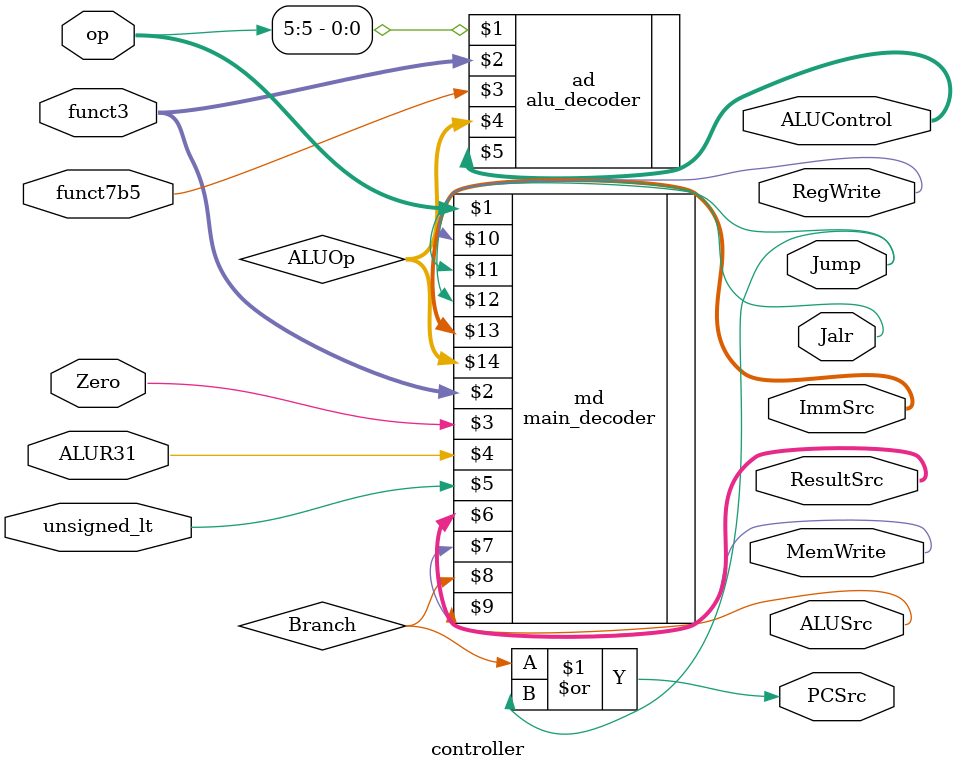
<source format=v>


module controller (
    input [6:0]  op,
    input [2:0]  funct3,
    input        funct7b5,
	        
    input        Zero,ALUR31,unsigned_lt,
    output       [1:0] ResultSrc,
    output       MemWrite,
    output       PCSrc, ALUSrc,
    output       RegWrite, Jump,Jalr,
    output [1:0] ImmSrc,
    output [3:0] ALUControl
);

wire [1:0] ALUOp;
wire       Branch;

main_decoder    md (op,funct3,Zero,ALUR31 ,unsigned_lt,ResultSrc, MemWrite, Branch,
                    ALUSrc, RegWrite, Jump,Jalr,ImmSrc, ALUOp);

alu_decoder     ad (op[5], funct3, funct7b5, ALUOp, ALUControl);

// for jump and branch
assign PCSrc = Branch | Jump;

endmodule


</source>
